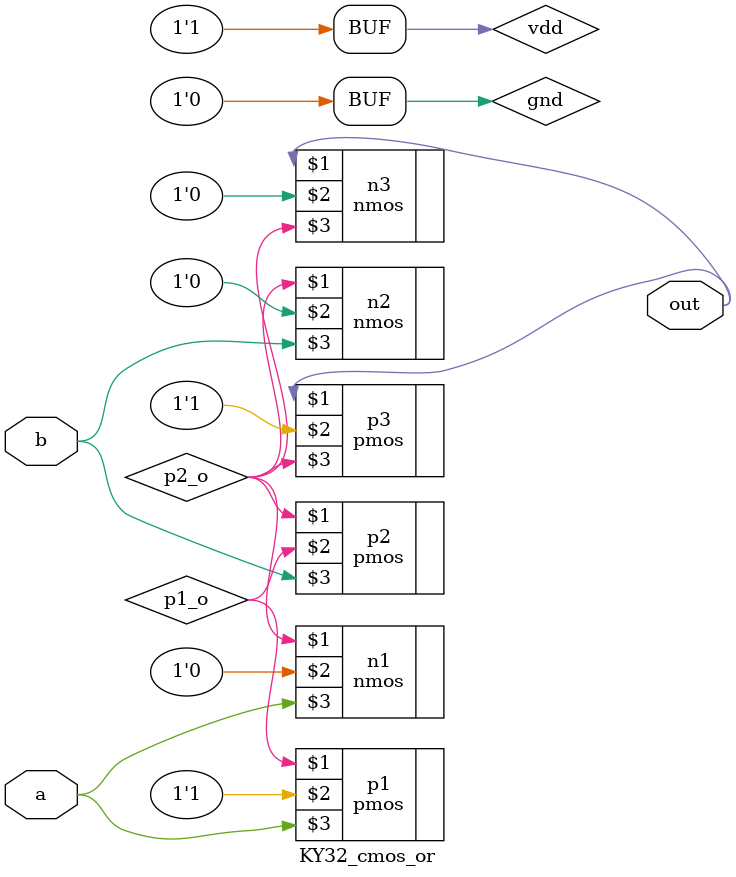
<source format=v>
module KY32_cmos_or(output out, input a, b);
  supply1 vdd;
  supply0 gnd;

  wire p1_o, p2_o;

  pmos p1(p1_o, vdd, a);
  pmos p2(p2_o, p1_o, b);
  nmos n1(p2_o, gnd, a);
  nmos n2(p2_o, gnd, b);
  nmos n3(out, gnd, p2_o);
  pmos p3(out, vdd, p2_o);
endmodule

</source>
